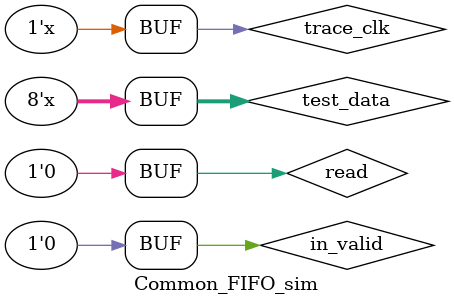
<source format=v>
`timescale 1ns / 1ps


module Common_FIFO_sim;

reg trace_clk;
    reg in_valid;
    reg[7:0] test_data;
    reg read;
    parameter CYCLE = 1;
    parameter depth = 8;
    parameter width = 8;
    always # (CYCLE) trace_clk=~trace_clk;
    common_fifo#(
        .depth(depth),
        .width(width)
    ) FF_i(
        .clk(trace_clk),
        .wr_en(in_valid),
        .din(test_data),
        .rd_en(read)
    );
    
initial begin
    trace_clk = 1;
    in_valid = 1'b0;
    read = 1'b0;
    test_data = 'hX;
    #4
    in_valid = 1'b1;
    //test_data = 'h9d00_0101_8000_0000_0000_0000_0000_0000;
    test_data = 'h11;
    #2
    in_valid = 1'b1;
    //test_data = 'hffff_8000_10e8_4f68_9d00_0101_8000_0000;
    test_data = 'h22;
    #2
    in_valid = 1'b1;
    //test_data = 'hffff_8000_10e8_4f68_9d00_0101_8000_0000;
    test_data = 'h33;
    #2
    in_valid = 1'b1;
    //test_data = 'h45500_05601_8000_00560_0050_0000_0000_0000;
    test_data = 'h44;
    read = 1'b1;
    #2
    in_valid = 1'b1;
    //test_data = 'h45500_05601_8000_00560_0050_0000_0000_0000;
    test_data = 'h55;
    read = 1'b0;
    #2
    in_valid = 1'b1;
    //test_data = 'h45500_05601_8000_00560_0050_0000_0000_0000;
    test_data = 'h66;
    read = 1'b0;
    #2
    in_valid = 1'b1;
    //test_data = 'h45500_05601_8000_00560_0050_0000_0000_0000;
    test_data = 'h77;
    read = 1'b0;
    #2
    in_valid = 1'b1;
    //test_data = 'h45500_05601_8000_00560_0050_0000_0000_0000;
    test_data = 'h88;
    read = 1'b0;
    #2
    in_valid = 1'b1;
    //test_data = 'h45500_05601_8000_00560_0050_0000_0000_0000;
    test_data = 'h99;
    read = 1'b0;
    #2
    in_valid = 1'b0;
    //test_data = 'h45500_05601_8000_00560_0050_0000_0000_0000;
    test_data = 'hXX;
    read = 1'b1;
    #2
    in_valid = 1'b1;
    //test_data = 'h45500_05601_8000_00560_0050_0000_0000_0000;
    test_data = 'haa;
    read = 1'b1;
    #2
    in_valid = 1'b1;
    //test_data = 'h45500_05601_8000_00560_0050_0000_0000_0000;
    test_data = 'hbb;
    read = 1'b0;
    #2
    in_valid = 1'b1;
    //test_data = 'h45500_05601_8000_00560_0050_0000_0000_0000;
    test_data = 'hbb;
    read = 1'b1;
    #2
    in_valid = 1'b0;
    //test_data = 'h45500_05601_8000_00560_0050_0000_0000_0000;
    test_data = 'hXX;
    read = 1'b0;
end
endmodule

</source>
